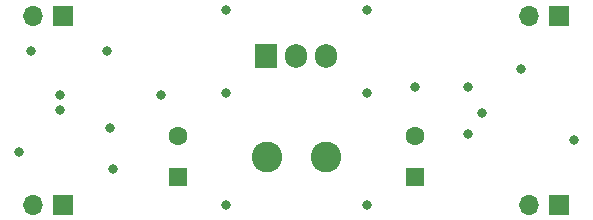
<source format=gbr>
%TF.GenerationSoftware,KiCad,Pcbnew,(6.0.6)*%
%TF.CreationDate,2022-08-22T11:18:43+02:00*%
%TF.ProjectId,nixieboi_psu,6e697869-6562-46f6-995f-7073752e6b69,rev?*%
%TF.SameCoordinates,Original*%
%TF.FileFunction,Soldermask,Bot*%
%TF.FilePolarity,Negative*%
%FSLAX46Y46*%
G04 Gerber Fmt 4.6, Leading zero omitted, Abs format (unit mm)*
G04 Created by KiCad (PCBNEW (6.0.6)) date 2022-08-22 11:18:43*
%MOMM*%
%LPD*%
G01*
G04 APERTURE LIST*
%ADD10R,1.905000X2.000000*%
%ADD11O,1.905000X2.000000*%
%ADD12C,2.600000*%
%ADD13R,1.600000X1.600000*%
%ADD14C,1.600000*%
%ADD15R,1.700000X1.700000*%
%ADD16O,1.700000X1.700000*%
%ADD17C,0.800000*%
G04 APERTURE END LIST*
D10*
%TO.C,Q1*%
X111960000Y-64945000D03*
D11*
X114500000Y-64945000D03*
X117040000Y-64945000D03*
%TD*%
D12*
%TO.C,L1*%
X112000000Y-73500000D03*
X117000000Y-73500000D03*
%TD*%
D13*
%TO.C,C4*%
X124500000Y-75152651D03*
D14*
X124500000Y-71652651D03*
%TD*%
D13*
%TO.C,C1*%
X104500000Y-75152651D03*
D14*
X104500000Y-71652651D03*
%TD*%
D15*
%TO.C,J4*%
X136775000Y-77500000D03*
D16*
X134235000Y-77500000D03*
%TD*%
D15*
%TO.C,J2*%
X94775000Y-77500000D03*
D16*
X92235000Y-77500000D03*
%TD*%
D15*
%TO.C,J3*%
X136775000Y-61500000D03*
D16*
X134235000Y-61500000D03*
%TD*%
D15*
%TO.C,J1*%
X94775000Y-61500000D03*
D16*
X92235000Y-61500000D03*
%TD*%
D17*
X92000000Y-64500000D03*
X129000000Y-71500000D03*
X99000000Y-74500000D03*
X133500000Y-66000000D03*
X108500000Y-68000000D03*
X124500000Y-67500000D03*
X120500000Y-61000000D03*
X120500000Y-77500000D03*
X91000000Y-73000000D03*
X98500000Y-64500000D03*
X94500000Y-69500000D03*
X108500000Y-77500000D03*
X138000000Y-72000000D03*
X129000000Y-67500000D03*
X108500000Y-61000000D03*
X120500000Y-68000000D03*
X98750000Y-71000000D03*
X130250000Y-69750000D03*
X94500000Y-68250000D03*
X103000000Y-68250000D03*
M02*

</source>
